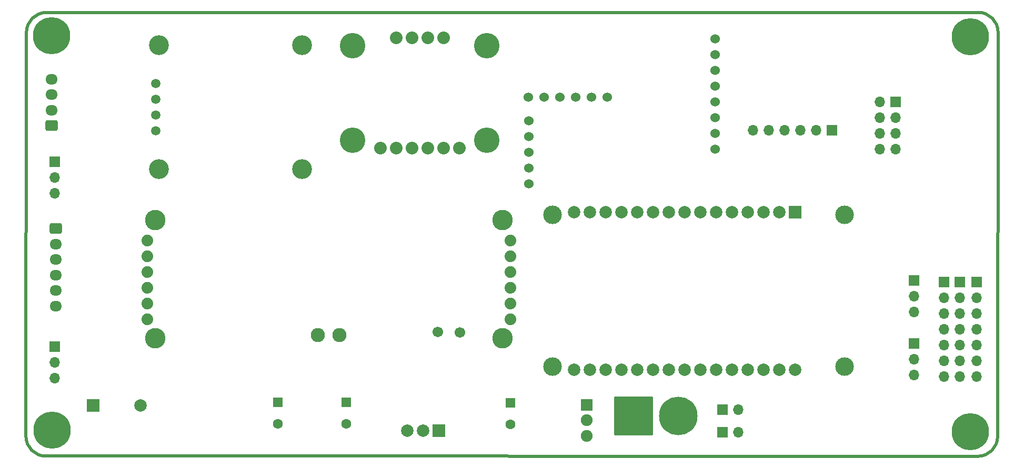
<source format=gbr>
%TF.GenerationSoftware,KiCad,Pcbnew,(7.0.0)*%
%TF.CreationDate,2023-11-24T18:14:14-05:00*%
%TF.ProjectId,C1,43312e6b-6963-4616-945f-706362585858,rev?*%
%TF.SameCoordinates,Original*%
%TF.FileFunction,Soldermask,Bot*%
%TF.FilePolarity,Negative*%
%FSLAX46Y46*%
G04 Gerber Fmt 4.6, Leading zero omitted, Abs format (unit mm)*
G04 Created by KiCad (PCBNEW (7.0.0)) date 2023-11-24 18:14:14*
%MOMM*%
%LPD*%
G01*
G04 APERTURE LIST*
G04 Aperture macros list*
%AMRoundRect*
0 Rectangle with rounded corners*
0 $1 Rounding radius*
0 $2 $3 $4 $5 $6 $7 $8 $9 X,Y pos of 4 corners*
0 Add a 4 corners polygon primitive as box body*
4,1,4,$2,$3,$4,$5,$6,$7,$8,$9,$2,$3,0*
0 Add four circle primitives for the rounded corners*
1,1,$1+$1,$2,$3*
1,1,$1+$1,$4,$5*
1,1,$1+$1,$6,$7*
1,1,$1+$1,$8,$9*
0 Add four rect primitives between the rounded corners*
20,1,$1+$1,$2,$3,$4,$5,0*
20,1,$1+$1,$4,$5,$6,$7,0*
20,1,$1+$1,$6,$7,$8,$9,0*
20,1,$1+$1,$8,$9,$2,$3,0*%
G04 Aperture macros list end*
%ADD10C,1.701800*%
%ADD11C,1.879600*%
%ADD12C,2.286000*%
%ADD13C,3.301600*%
%ADD14C,6.000000*%
%ADD15R,1.600000X1.600000*%
%ADD16C,1.600000*%
%ADD17RoundRect,0.250000X0.725000X-0.600000X0.725000X0.600000X-0.725000X0.600000X-0.725000X-0.600000X0*%
%ADD18O,1.950000X1.700000*%
%ADD19R,1.700000X1.700000*%
%ADD20O,1.700000X1.700000*%
%ADD21R,2.000000X2.000000*%
%ADD22C,2.000000*%
%ADD23C,6.204000*%
%ADD24RoundRect,0.102000X-3.000000X-3.000000X3.000000X-3.000000X3.000000X3.000000X-3.000000X3.000000X0*%
%ADD25R,1.900000X1.900000*%
%ADD26C,1.900000*%
%ADD27RoundRect,0.250000X-0.725000X0.600000X-0.725000X-0.600000X0.725000X-0.600000X0.725000X0.600000X0*%
%ADD28C,1.524000*%
%ADD29C,3.200000*%
%ADD30C,1.500000*%
%ADD31C,3.000000*%
%ADD32C,2.032000*%
%ADD33C,4.101600*%
%TA.AperFunction,Profile*%
%ADD34C,0.500000*%
%TD*%
G04 APERTURE END LIST*
D10*
%TO.C,J4*%
X133316000Y-111282000D03*
X136884000Y-111332000D03*
D11*
X145000000Y-96550000D03*
X86580000Y-96550000D03*
X145000000Y-99090000D03*
D12*
X117506000Y-111795000D03*
D11*
X86580000Y-99090000D03*
X145000000Y-101630000D03*
X86580000Y-101630000D03*
X145000000Y-104170000D03*
X86580000Y-104170000D03*
X145000000Y-106710000D03*
X86580000Y-106710000D03*
X145000000Y-109250000D03*
D12*
X114006000Y-111795000D03*
D11*
X86580000Y-109250000D03*
D13*
X143730000Y-112298000D03*
X143730000Y-93248000D03*
X87850000Y-112298000D03*
X87850000Y-93248000D03*
%TD*%
D14*
%TO.C,H2*%
X71250000Y-127130000D03*
%TD*%
D15*
%TO.C,C1*%
X144979999Y-122679999D03*
D16*
X144980000Y-126180000D03*
%TD*%
D17*
%TO.C,LIDAR1*%
X71230000Y-78015000D03*
D18*
X71229999Y-75514999D03*
X71229999Y-73014999D03*
X71229999Y-70514999D03*
%TD*%
D19*
%TO.C,J1*%
X214789999Y-103219999D03*
D20*
X214789999Y-105759999D03*
X214789999Y-108299999D03*
X214789999Y-110839999D03*
X214789999Y-113379999D03*
X214789999Y-115919999D03*
X214789999Y-118459999D03*
%TD*%
D19*
%TO.C,Encoder1*%
X71699999Y-83809999D03*
D20*
X71699999Y-86349999D03*
X71699999Y-88889999D03*
%TD*%
D19*
%TO.C,J5*%
X217359999Y-103219999D03*
D20*
X217359999Y-105759999D03*
X217359999Y-108299999D03*
X217359999Y-110839999D03*
X217359999Y-113379999D03*
X217359999Y-115919999D03*
X217359999Y-118459999D03*
%TD*%
D15*
%TO.C,C3*%
X107559999Y-122614999D03*
D16*
X107560000Y-126115000D03*
%TD*%
D19*
%TO.C,TX2*%
X209989999Y-102959999D03*
D20*
X209989999Y-105499999D03*
X209989999Y-108039999D03*
%TD*%
D14*
%TO.C,H3*%
X218990000Y-127320000D03*
%TD*%
D21*
%TO.C,U1*%
X133519999Y-127184999D03*
D22*
X130980000Y-127185000D03*
X128440000Y-127185000D03*
%TD*%
D23*
%TO.C,J8*%
X172000000Y-124820000D03*
D24*
X164800000Y-124820000D03*
%TD*%
D25*
%TO.C,SW2*%
X157329999Y-122999999D03*
D26*
X157330000Y-125500000D03*
X157330000Y-128000000D03*
%TD*%
D21*
%TO.C,BZ1*%
X77909999Y-123109999D03*
D22*
X85510000Y-123110000D03*
%TD*%
D14*
%TO.C,H4*%
X218990000Y-63650000D03*
%TD*%
D19*
%TO.C,J10*%
X179144999Y-127439999D03*
D20*
X181684999Y-127439999D03*
%TD*%
D27*
%TO.C,GPS-M10Q5883*%
X71830000Y-94595000D03*
D18*
X71829999Y-97094999D03*
X71829999Y-99594999D03*
X71829999Y-102094999D03*
X71829999Y-104594999D03*
X71829999Y-107094999D03*
%TD*%
D15*
%TO.C,C2*%
X118609999Y-122612348D03*
D16*
X118610000Y-126112349D03*
%TD*%
D19*
%TO.C,NRF24L1*%
X206999999Y-74179999D03*
D20*
X204459999Y-74179999D03*
X206999999Y-76719999D03*
X204459999Y-76719999D03*
X206999999Y-79259999D03*
X204459999Y-79259999D03*
X206999999Y-81799999D03*
X204459999Y-81799999D03*
%TD*%
D28*
%TO.C,BMP280*%
X147893000Y-73438000D03*
X150433000Y-73438000D03*
X152973000Y-73438000D03*
X155513000Y-73438000D03*
X158053000Y-73438000D03*
X160593000Y-73438000D03*
%TD*%
D19*
%TO.C,Pitot1*%
X71689999Y-113619999D03*
D20*
X71689999Y-116159999D03*
X71689999Y-118699999D03*
%TD*%
D29*
%TO.C,Oled1*%
X88490000Y-85025000D03*
X111490000Y-85025000D03*
X88490000Y-65025000D03*
X111490000Y-65025000D03*
D30*
X87990000Y-78835000D03*
X87990000Y-76295000D03*
X87990000Y-73755000D03*
X87990000Y-71215000D03*
%TD*%
D19*
%TO.C,J6*%
X220019999Y-103219999D03*
D20*
X220019999Y-105759999D03*
X220019999Y-108299999D03*
X220019999Y-110839999D03*
X220019999Y-113379999D03*
X220019999Y-115919999D03*
X220019999Y-118459999D03*
%TD*%
D31*
%TO.C,U2*%
X198780000Y-92360000D03*
X151830000Y-92360000D03*
X198780000Y-116870000D03*
X151830000Y-116870000D03*
D21*
X190819999Y-91939999D03*
D22*
X188280000Y-91940000D03*
X185740000Y-91940000D03*
X183200000Y-91940000D03*
X180660000Y-91940000D03*
X178120000Y-91940000D03*
X175580000Y-91940000D03*
X173040000Y-91940000D03*
X170500000Y-91940000D03*
X167960000Y-91940000D03*
X165420000Y-91940000D03*
X162880000Y-91940000D03*
X160340000Y-91940000D03*
X157800000Y-91940000D03*
X155260000Y-91940000D03*
X155260000Y-117340000D03*
X157800000Y-117340000D03*
X160340000Y-117340000D03*
X162880000Y-117340000D03*
X165420000Y-117340000D03*
X167960000Y-117340000D03*
X170500000Y-117340000D03*
X173040000Y-117340000D03*
X175580000Y-117340000D03*
X178120000Y-117340000D03*
X180660000Y-117340000D03*
X183200000Y-117340000D03*
X185740000Y-117340000D03*
X188280000Y-117340000D03*
X190820000Y-117340000D03*
%TD*%
D32*
%TO.C,J3*%
X124086200Y-81595300D03*
X126626200Y-81595300D03*
X129166200Y-81595300D03*
X131706200Y-81595300D03*
X134246200Y-81595300D03*
X136786200Y-81595300D03*
X126626200Y-63815300D03*
X129166200Y-63815300D03*
X131706200Y-63815300D03*
X134246200Y-63815300D03*
D33*
X119641200Y-65085300D03*
X119641200Y-80325300D03*
X141231200Y-65085300D03*
X141231200Y-80325300D03*
%TD*%
D19*
%TO.C,J9*%
X179149999Y-123834999D03*
D20*
X181689999Y-123834999D03*
%TD*%
D28*
%TO.C,Gy-271*%
X147962000Y-77222000D03*
X147962000Y-79762000D03*
X147962000Y-82302000D03*
X147962000Y-84842000D03*
X147962000Y-87382000D03*
%TD*%
%TO.C,J7*%
X177945000Y-81768000D03*
X177945000Y-79228000D03*
X177945000Y-76688000D03*
X177945000Y-74148000D03*
X177945000Y-71608000D03*
X177945000Y-69068000D03*
X177945000Y-66528000D03*
X177945000Y-63988000D03*
%TD*%
D14*
%TO.C,H1*%
X71150000Y-63530000D03*
%TD*%
D19*
%TO.C,RX1*%
X209989999Y-113139999D03*
D20*
X209989999Y-115679999D03*
X209989999Y-118219999D03*
%TD*%
D19*
%TO.C,J2*%
X196789999Y-78764999D03*
D20*
X194249999Y-78764999D03*
X191709999Y-78764999D03*
X189169999Y-78764999D03*
X186629999Y-78764999D03*
X184089999Y-78764999D03*
%TD*%
D34*
X220304937Y-59760063D02*
X220304937Y-59760063D01*
G75*
G02*
X223479937Y-62935063I-37J-3175037D01*
G01*
X223410000Y-128140000D01*
G75*
G02*
X220235000Y-131315000I-3175000J0D01*
G01*
X70240000Y-131280000D01*
G75*
G02*
X67065000Y-128105000I0J3175000D01*
G01*
X67150064Y-62955064D01*
G75*
G02*
X70325064Y-59780064I3174996J4D01*
G01*
X161070000Y-59795000D01*
X220304937Y-59760063D01*
M02*

</source>
